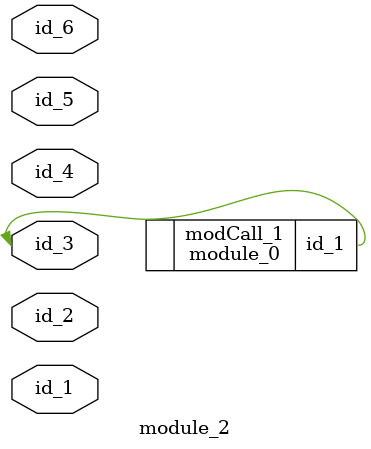
<source format=v>
module module_0 (
    id_1
);
  inout wire id_1;
  assign id_1 = 1;
  wire id_2;
  assign id_1 = id_1;
endmodule
module module_1 (
    id_1,
    id_2
);
  inout wire id_2;
  output wire id_1;
  assign id_1 = 1;
  assign id_1 = -1;
  module_0 modCall_1 (id_2);
endmodule
module module_2 (
    id_1,
    id_2,
    id_3,
    id_4,
    id_5,
    id_6
);
  inout wire id_6;
  inout wire id_5;
  input wire id_4;
  inout wire id_3;
  input wire id_2;
  input wire id_1;
  module_0 modCall_1 (id_3);
endmodule

</source>
